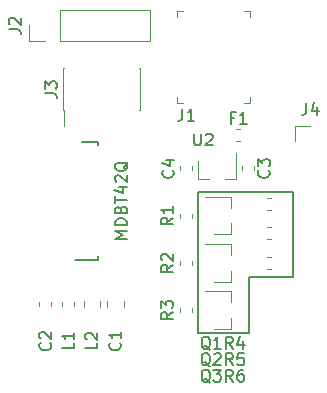
<source format=gto>
G04 #@! TF.GenerationSoftware,KiCad,Pcbnew,(5.1.2-1)-1*
G04 #@! TF.CreationDate,2019-08-31T04:18:35+09:00*
G04 #@! TF.ProjectId,Schematic,53636865-6d61-4746-9963-2e6b69636164,rev?*
G04 #@! TF.SameCoordinates,Original*
G04 #@! TF.FileFunction,Legend,Top*
G04 #@! TF.FilePolarity,Positive*
%FSLAX46Y46*%
G04 Gerber Fmt 4.6, Leading zero omitted, Abs format (unit mm)*
G04 Created by KiCad (PCBNEW (5.1.2-1)-1) date 2019-08-31 04:18:35*
%MOMM*%
%LPD*%
G04 APERTURE LIST*
%ADD10C,0.200000*%
%ADD11C,0.127000*%
%ADD12C,0.120000*%
%ADD13C,0.100000*%
%ADD14C,0.150000*%
G04 APERTURE END LIST*
D10*
X111000000Y-75500000D02*
X111400000Y-75500000D01*
X111000000Y-87400000D02*
X111000000Y-75500000D01*
X115300000Y-87400000D02*
X111000000Y-87400000D01*
X115300000Y-82700000D02*
X115300000Y-87400000D01*
X119000000Y-82700000D02*
X115300000Y-82700000D01*
X119000000Y-75500000D02*
X119000000Y-82700000D01*
X111100000Y-75500000D02*
X119000000Y-75500000D01*
D11*
X101200000Y-71250000D02*
X102500000Y-71250000D01*
X102500000Y-80950000D02*
X102500000Y-81250000D01*
X102500000Y-81250000D02*
X100600000Y-81250000D01*
X102500000Y-71250000D02*
X102500000Y-71550000D01*
D12*
X119230000Y-69900000D02*
X120500000Y-69900000D01*
X119230000Y-71170000D02*
X119230000Y-69900000D01*
X114228733Y-71210000D02*
X114571267Y-71210000D01*
X114228733Y-70190000D02*
X114571267Y-70190000D01*
D13*
X109200000Y-60150000D02*
X109200000Y-60650000D01*
X109200000Y-60150000D02*
X109700000Y-60150000D01*
X115350000Y-60150000D02*
X114900000Y-60150000D01*
X115350000Y-60150000D02*
X115350000Y-60650000D01*
X115350000Y-67950000D02*
X114850000Y-67950000D01*
X115350000Y-67950000D02*
X115350000Y-67450000D01*
X109200000Y-67950000D02*
X109700000Y-67950000D01*
X109200000Y-67950000D02*
X109200000Y-67450000D01*
D12*
X111020000Y-74360000D02*
X111020000Y-72900000D01*
X114180000Y-74360000D02*
X114180000Y-72200000D01*
X114180000Y-74360000D02*
X113250000Y-74360000D01*
X111020000Y-74360000D02*
X111950000Y-74360000D01*
X97490000Y-84828733D02*
X97490000Y-85171267D01*
X98510000Y-84828733D02*
X98510000Y-85171267D01*
X109490000Y-73328733D02*
X109490000Y-73671267D01*
X110510000Y-73328733D02*
X110510000Y-73671267D01*
X114690000Y-73328733D02*
X114690000Y-73671267D01*
X115710000Y-73328733D02*
X115710000Y-73671267D01*
X116828733Y-82010000D02*
X117171267Y-82010000D01*
X116828733Y-80990000D02*
X117171267Y-80990000D01*
X116828733Y-79510000D02*
X117171267Y-79510000D01*
X116828733Y-78490000D02*
X117171267Y-78490000D01*
X116828733Y-77010000D02*
X117171267Y-77010000D01*
X116828733Y-75990000D02*
X117171267Y-75990000D01*
X109490000Y-85328733D02*
X109490000Y-85671267D01*
X110510000Y-85328733D02*
X110510000Y-85671267D01*
X109490000Y-81328733D02*
X109490000Y-81671267D01*
X110510000Y-81328733D02*
X110510000Y-81671267D01*
X109490000Y-77328733D02*
X109490000Y-77671267D01*
X110510000Y-77328733D02*
X110510000Y-77671267D01*
X113760000Y-87080000D02*
X112300000Y-87080000D01*
X113760000Y-83920000D02*
X111600000Y-83920000D01*
X113760000Y-83920000D02*
X113760000Y-84850000D01*
X113760000Y-87080000D02*
X113760000Y-86150000D01*
X113760000Y-83080000D02*
X112300000Y-83080000D01*
X113760000Y-79920000D02*
X111600000Y-79920000D01*
X113760000Y-79920000D02*
X113760000Y-80850000D01*
X113760000Y-83080000D02*
X113760000Y-82150000D01*
X113760000Y-79080000D02*
X112300000Y-79080000D01*
X113760000Y-75920000D02*
X111600000Y-75920000D01*
X113760000Y-75920000D02*
X113760000Y-76850000D01*
X113760000Y-79080000D02*
X113760000Y-78150000D01*
X102710000Y-85261252D02*
X102710000Y-84738748D01*
X101290000Y-85261252D02*
X101290000Y-84738748D01*
X99490000Y-84828733D02*
X99490000Y-85171267D01*
X100510000Y-84828733D02*
X100510000Y-85171267D01*
X105970000Y-65035000D02*
X106035000Y-65035000D01*
X105970000Y-68565000D02*
X106035000Y-68565000D01*
X99565000Y-65035000D02*
X99630000Y-65035000D01*
X99565000Y-68565000D02*
X99630000Y-68565000D01*
X99630000Y-69890000D02*
X99630000Y-68565000D01*
X106035000Y-68565000D02*
X106035000Y-65035000D01*
X99565000Y-68565000D02*
X99565000Y-65035000D01*
X96670000Y-62730000D02*
X96670000Y-61400000D01*
X98000000Y-62730000D02*
X96670000Y-62730000D01*
X99270000Y-62730000D02*
X99270000Y-60070000D01*
X99270000Y-60070000D02*
X106950000Y-60070000D01*
X99270000Y-62730000D02*
X106950000Y-62730000D01*
X106950000Y-62730000D02*
X106950000Y-60070000D01*
X103290000Y-84738748D02*
X103290000Y-85261252D01*
X104710000Y-84738748D02*
X104710000Y-85261252D01*
D14*
X104952380Y-79440476D02*
X103952380Y-79440476D01*
X104666666Y-79107142D01*
X103952380Y-78773809D01*
X104952380Y-78773809D01*
X104952380Y-78297619D02*
X103952380Y-78297619D01*
X103952380Y-78059523D01*
X104000000Y-77916666D01*
X104095238Y-77821428D01*
X104190476Y-77773809D01*
X104380952Y-77726190D01*
X104523809Y-77726190D01*
X104714285Y-77773809D01*
X104809523Y-77821428D01*
X104904761Y-77916666D01*
X104952380Y-78059523D01*
X104952380Y-78297619D01*
X104428571Y-76964285D02*
X104476190Y-76821428D01*
X104523809Y-76773809D01*
X104619047Y-76726190D01*
X104761904Y-76726190D01*
X104857142Y-76773809D01*
X104904761Y-76821428D01*
X104952380Y-76916666D01*
X104952380Y-77297619D01*
X103952380Y-77297619D01*
X103952380Y-76964285D01*
X104000000Y-76869047D01*
X104047619Y-76821428D01*
X104142857Y-76773809D01*
X104238095Y-76773809D01*
X104333333Y-76821428D01*
X104380952Y-76869047D01*
X104428571Y-76964285D01*
X104428571Y-77297619D01*
X103952380Y-76440476D02*
X103952380Y-75869047D01*
X104952380Y-76154761D02*
X103952380Y-76154761D01*
X104285714Y-75107142D02*
X104952380Y-75107142D01*
X103904761Y-75345238D02*
X104619047Y-75583333D01*
X104619047Y-74964285D01*
X104047619Y-74630952D02*
X104000000Y-74583333D01*
X103952380Y-74488095D01*
X103952380Y-74250000D01*
X104000000Y-74154761D01*
X104047619Y-74107142D01*
X104142857Y-74059523D01*
X104238095Y-74059523D01*
X104380952Y-74107142D01*
X104952380Y-74678571D01*
X104952380Y-74059523D01*
X105047619Y-72964285D02*
X105000000Y-73059523D01*
X104904761Y-73154761D01*
X104761904Y-73297619D01*
X104714285Y-73392857D01*
X104714285Y-73488095D01*
X104952380Y-73440476D02*
X104904761Y-73535714D01*
X104809523Y-73630952D01*
X104619047Y-73678571D01*
X104285714Y-73678571D01*
X104095238Y-73630952D01*
X104000000Y-73535714D01*
X103952380Y-73440476D01*
X103952380Y-73250000D01*
X104000000Y-73154761D01*
X104095238Y-73059523D01*
X104285714Y-73011904D01*
X104619047Y-73011904D01*
X104809523Y-73059523D01*
X104904761Y-73154761D01*
X104952380Y-73250000D01*
X104952380Y-73440476D01*
X120166666Y-67952380D02*
X120166666Y-68666666D01*
X120119047Y-68809523D01*
X120023809Y-68904761D01*
X119880952Y-68952380D01*
X119785714Y-68952380D01*
X121071428Y-68285714D02*
X121071428Y-68952380D01*
X120833333Y-67904761D02*
X120595238Y-68619047D01*
X121214285Y-68619047D01*
X114066666Y-69198571D02*
X113733333Y-69198571D01*
X113733333Y-69722380D02*
X113733333Y-68722380D01*
X114209523Y-68722380D01*
X115114285Y-69722380D02*
X114542857Y-69722380D01*
X114828571Y-69722380D02*
X114828571Y-68722380D01*
X114733333Y-68865238D01*
X114638095Y-68960476D01*
X114542857Y-69008095D01*
X109666666Y-68452380D02*
X109666666Y-69166666D01*
X109619047Y-69309523D01*
X109523809Y-69404761D01*
X109380952Y-69452380D01*
X109285714Y-69452380D01*
X110666666Y-69452380D02*
X110095238Y-69452380D01*
X110380952Y-69452380D02*
X110380952Y-68452380D01*
X110285714Y-68595238D01*
X110190476Y-68690476D01*
X110095238Y-68738095D01*
X110638095Y-70552380D02*
X110638095Y-71361904D01*
X110685714Y-71457142D01*
X110733333Y-71504761D01*
X110828571Y-71552380D01*
X111019047Y-71552380D01*
X111114285Y-71504761D01*
X111161904Y-71457142D01*
X111209523Y-71361904D01*
X111209523Y-70552380D01*
X111638095Y-70647619D02*
X111685714Y-70600000D01*
X111780952Y-70552380D01*
X112019047Y-70552380D01*
X112114285Y-70600000D01*
X112161904Y-70647619D01*
X112209523Y-70742857D01*
X112209523Y-70838095D01*
X112161904Y-70980952D01*
X111590476Y-71552380D01*
X112209523Y-71552380D01*
X98457142Y-88266666D02*
X98504761Y-88314285D01*
X98552380Y-88457142D01*
X98552380Y-88552380D01*
X98504761Y-88695238D01*
X98409523Y-88790476D01*
X98314285Y-88838095D01*
X98123809Y-88885714D01*
X97980952Y-88885714D01*
X97790476Y-88838095D01*
X97695238Y-88790476D01*
X97600000Y-88695238D01*
X97552380Y-88552380D01*
X97552380Y-88457142D01*
X97600000Y-88314285D01*
X97647619Y-88266666D01*
X97647619Y-87885714D02*
X97600000Y-87838095D01*
X97552380Y-87742857D01*
X97552380Y-87504761D01*
X97600000Y-87409523D01*
X97647619Y-87361904D01*
X97742857Y-87314285D01*
X97838095Y-87314285D01*
X97980952Y-87361904D01*
X98552380Y-87933333D01*
X98552380Y-87314285D01*
X108857142Y-73666666D02*
X108904761Y-73714285D01*
X108952380Y-73857142D01*
X108952380Y-73952380D01*
X108904761Y-74095238D01*
X108809523Y-74190476D01*
X108714285Y-74238095D01*
X108523809Y-74285714D01*
X108380952Y-74285714D01*
X108190476Y-74238095D01*
X108095238Y-74190476D01*
X108000000Y-74095238D01*
X107952380Y-73952380D01*
X107952380Y-73857142D01*
X108000000Y-73714285D01*
X108047619Y-73666666D01*
X108285714Y-72809523D02*
X108952380Y-72809523D01*
X107904761Y-73047619D02*
X108619047Y-73285714D01*
X108619047Y-72666666D01*
X116957142Y-73666666D02*
X117004761Y-73714285D01*
X117052380Y-73857142D01*
X117052380Y-73952380D01*
X117004761Y-74095238D01*
X116909523Y-74190476D01*
X116814285Y-74238095D01*
X116623809Y-74285714D01*
X116480952Y-74285714D01*
X116290476Y-74238095D01*
X116195238Y-74190476D01*
X116100000Y-74095238D01*
X116052380Y-73952380D01*
X116052380Y-73857142D01*
X116100000Y-73714285D01*
X116147619Y-73666666D01*
X116052380Y-73333333D02*
X116052380Y-72714285D01*
X116433333Y-73047619D01*
X116433333Y-72904761D01*
X116480952Y-72809523D01*
X116528571Y-72761904D01*
X116623809Y-72714285D01*
X116861904Y-72714285D01*
X116957142Y-72761904D01*
X117004761Y-72809523D01*
X117052380Y-72904761D01*
X117052380Y-73190476D01*
X117004761Y-73285714D01*
X116957142Y-73333333D01*
X113933333Y-91552380D02*
X113600000Y-91076190D01*
X113361904Y-91552380D02*
X113361904Y-90552380D01*
X113742857Y-90552380D01*
X113838095Y-90600000D01*
X113885714Y-90647619D01*
X113933333Y-90742857D01*
X113933333Y-90885714D01*
X113885714Y-90980952D01*
X113838095Y-91028571D01*
X113742857Y-91076190D01*
X113361904Y-91076190D01*
X114790476Y-90552380D02*
X114600000Y-90552380D01*
X114504761Y-90600000D01*
X114457142Y-90647619D01*
X114361904Y-90790476D01*
X114314285Y-90980952D01*
X114314285Y-91361904D01*
X114361904Y-91457142D01*
X114409523Y-91504761D01*
X114504761Y-91552380D01*
X114695238Y-91552380D01*
X114790476Y-91504761D01*
X114838095Y-91457142D01*
X114885714Y-91361904D01*
X114885714Y-91123809D01*
X114838095Y-91028571D01*
X114790476Y-90980952D01*
X114695238Y-90933333D01*
X114504761Y-90933333D01*
X114409523Y-90980952D01*
X114361904Y-91028571D01*
X114314285Y-91123809D01*
X113933333Y-90152380D02*
X113600000Y-89676190D01*
X113361904Y-90152380D02*
X113361904Y-89152380D01*
X113742857Y-89152380D01*
X113838095Y-89200000D01*
X113885714Y-89247619D01*
X113933333Y-89342857D01*
X113933333Y-89485714D01*
X113885714Y-89580952D01*
X113838095Y-89628571D01*
X113742857Y-89676190D01*
X113361904Y-89676190D01*
X114838095Y-89152380D02*
X114361904Y-89152380D01*
X114314285Y-89628571D01*
X114361904Y-89580952D01*
X114457142Y-89533333D01*
X114695238Y-89533333D01*
X114790476Y-89580952D01*
X114838095Y-89628571D01*
X114885714Y-89723809D01*
X114885714Y-89961904D01*
X114838095Y-90057142D01*
X114790476Y-90104761D01*
X114695238Y-90152380D01*
X114457142Y-90152380D01*
X114361904Y-90104761D01*
X114314285Y-90057142D01*
X113933333Y-88752380D02*
X113600000Y-88276190D01*
X113361904Y-88752380D02*
X113361904Y-87752380D01*
X113742857Y-87752380D01*
X113838095Y-87800000D01*
X113885714Y-87847619D01*
X113933333Y-87942857D01*
X113933333Y-88085714D01*
X113885714Y-88180952D01*
X113838095Y-88228571D01*
X113742857Y-88276190D01*
X113361904Y-88276190D01*
X114790476Y-88085714D02*
X114790476Y-88752380D01*
X114552380Y-87704761D02*
X114314285Y-88419047D01*
X114933333Y-88419047D01*
X108852380Y-85666666D02*
X108376190Y-86000000D01*
X108852380Y-86238095D02*
X107852380Y-86238095D01*
X107852380Y-85857142D01*
X107900000Y-85761904D01*
X107947619Y-85714285D01*
X108042857Y-85666666D01*
X108185714Y-85666666D01*
X108280952Y-85714285D01*
X108328571Y-85761904D01*
X108376190Y-85857142D01*
X108376190Y-86238095D01*
X107852380Y-85333333D02*
X107852380Y-84714285D01*
X108233333Y-85047619D01*
X108233333Y-84904761D01*
X108280952Y-84809523D01*
X108328571Y-84761904D01*
X108423809Y-84714285D01*
X108661904Y-84714285D01*
X108757142Y-84761904D01*
X108804761Y-84809523D01*
X108852380Y-84904761D01*
X108852380Y-85190476D01*
X108804761Y-85285714D01*
X108757142Y-85333333D01*
X108852380Y-81666666D02*
X108376190Y-82000000D01*
X108852380Y-82238095D02*
X107852380Y-82238095D01*
X107852380Y-81857142D01*
X107900000Y-81761904D01*
X107947619Y-81714285D01*
X108042857Y-81666666D01*
X108185714Y-81666666D01*
X108280952Y-81714285D01*
X108328571Y-81761904D01*
X108376190Y-81857142D01*
X108376190Y-82238095D01*
X107947619Y-81285714D02*
X107900000Y-81238095D01*
X107852380Y-81142857D01*
X107852380Y-80904761D01*
X107900000Y-80809523D01*
X107947619Y-80761904D01*
X108042857Y-80714285D01*
X108138095Y-80714285D01*
X108280952Y-80761904D01*
X108852380Y-81333333D01*
X108852380Y-80714285D01*
X108852380Y-77666666D02*
X108376190Y-78000000D01*
X108852380Y-78238095D02*
X107852380Y-78238095D01*
X107852380Y-77857142D01*
X107900000Y-77761904D01*
X107947619Y-77714285D01*
X108042857Y-77666666D01*
X108185714Y-77666666D01*
X108280952Y-77714285D01*
X108328571Y-77761904D01*
X108376190Y-77857142D01*
X108376190Y-78238095D01*
X108852380Y-76714285D02*
X108852380Y-77285714D01*
X108852380Y-77000000D02*
X107852380Y-77000000D01*
X107995238Y-77095238D01*
X108090476Y-77190476D01*
X108138095Y-77285714D01*
X112004761Y-91647619D02*
X111909523Y-91600000D01*
X111814285Y-91504761D01*
X111671428Y-91361904D01*
X111576190Y-91314285D01*
X111480952Y-91314285D01*
X111528571Y-91552380D02*
X111433333Y-91504761D01*
X111338095Y-91409523D01*
X111290476Y-91219047D01*
X111290476Y-90885714D01*
X111338095Y-90695238D01*
X111433333Y-90600000D01*
X111528571Y-90552380D01*
X111719047Y-90552380D01*
X111814285Y-90600000D01*
X111909523Y-90695238D01*
X111957142Y-90885714D01*
X111957142Y-91219047D01*
X111909523Y-91409523D01*
X111814285Y-91504761D01*
X111719047Y-91552380D01*
X111528571Y-91552380D01*
X112290476Y-90552380D02*
X112909523Y-90552380D01*
X112576190Y-90933333D01*
X112719047Y-90933333D01*
X112814285Y-90980952D01*
X112861904Y-91028571D01*
X112909523Y-91123809D01*
X112909523Y-91361904D01*
X112861904Y-91457142D01*
X112814285Y-91504761D01*
X112719047Y-91552380D01*
X112433333Y-91552380D01*
X112338095Y-91504761D01*
X112290476Y-91457142D01*
X112004761Y-90247619D02*
X111909523Y-90200000D01*
X111814285Y-90104761D01*
X111671428Y-89961904D01*
X111576190Y-89914285D01*
X111480952Y-89914285D01*
X111528571Y-90152380D02*
X111433333Y-90104761D01*
X111338095Y-90009523D01*
X111290476Y-89819047D01*
X111290476Y-89485714D01*
X111338095Y-89295238D01*
X111433333Y-89200000D01*
X111528571Y-89152380D01*
X111719047Y-89152380D01*
X111814285Y-89200000D01*
X111909523Y-89295238D01*
X111957142Y-89485714D01*
X111957142Y-89819047D01*
X111909523Y-90009523D01*
X111814285Y-90104761D01*
X111719047Y-90152380D01*
X111528571Y-90152380D01*
X112338095Y-89247619D02*
X112385714Y-89200000D01*
X112480952Y-89152380D01*
X112719047Y-89152380D01*
X112814285Y-89200000D01*
X112861904Y-89247619D01*
X112909523Y-89342857D01*
X112909523Y-89438095D01*
X112861904Y-89580952D01*
X112290476Y-90152380D01*
X112909523Y-90152380D01*
X112004761Y-88847619D02*
X111909523Y-88800000D01*
X111814285Y-88704761D01*
X111671428Y-88561904D01*
X111576190Y-88514285D01*
X111480952Y-88514285D01*
X111528571Y-88752380D02*
X111433333Y-88704761D01*
X111338095Y-88609523D01*
X111290476Y-88419047D01*
X111290476Y-88085714D01*
X111338095Y-87895238D01*
X111433333Y-87800000D01*
X111528571Y-87752380D01*
X111719047Y-87752380D01*
X111814285Y-87800000D01*
X111909523Y-87895238D01*
X111957142Y-88085714D01*
X111957142Y-88419047D01*
X111909523Y-88609523D01*
X111814285Y-88704761D01*
X111719047Y-88752380D01*
X111528571Y-88752380D01*
X112909523Y-88752380D02*
X112338095Y-88752380D01*
X112623809Y-88752380D02*
X112623809Y-87752380D01*
X112528571Y-87895238D01*
X112433333Y-87990476D01*
X112338095Y-88038095D01*
X102452380Y-88266666D02*
X102452380Y-88742857D01*
X101452380Y-88742857D01*
X101547619Y-87980952D02*
X101500000Y-87933333D01*
X101452380Y-87838095D01*
X101452380Y-87600000D01*
X101500000Y-87504761D01*
X101547619Y-87457142D01*
X101642857Y-87409523D01*
X101738095Y-87409523D01*
X101880952Y-87457142D01*
X102452380Y-88028571D01*
X102452380Y-87409523D01*
X100452380Y-88266666D02*
X100452380Y-88742857D01*
X99452380Y-88742857D01*
X100452380Y-87409523D02*
X100452380Y-87980952D01*
X100452380Y-87695238D02*
X99452380Y-87695238D01*
X99595238Y-87790476D01*
X99690476Y-87885714D01*
X99738095Y-87980952D01*
X98017380Y-67133333D02*
X98731666Y-67133333D01*
X98874523Y-67180952D01*
X98969761Y-67276190D01*
X99017380Y-67419047D01*
X99017380Y-67514285D01*
X98017380Y-66752380D02*
X98017380Y-66133333D01*
X98398333Y-66466666D01*
X98398333Y-66323809D01*
X98445952Y-66228571D01*
X98493571Y-66180952D01*
X98588809Y-66133333D01*
X98826904Y-66133333D01*
X98922142Y-66180952D01*
X98969761Y-66228571D01*
X99017380Y-66323809D01*
X99017380Y-66609523D01*
X98969761Y-66704761D01*
X98922142Y-66752380D01*
X94952380Y-61733333D02*
X95666666Y-61733333D01*
X95809523Y-61780952D01*
X95904761Y-61876190D01*
X95952380Y-62019047D01*
X95952380Y-62114285D01*
X95047619Y-61304761D02*
X95000000Y-61257142D01*
X94952380Y-61161904D01*
X94952380Y-60923809D01*
X95000000Y-60828571D01*
X95047619Y-60780952D01*
X95142857Y-60733333D01*
X95238095Y-60733333D01*
X95380952Y-60780952D01*
X95952380Y-61352380D01*
X95952380Y-60733333D01*
X104357142Y-88266666D02*
X104404761Y-88314285D01*
X104452380Y-88457142D01*
X104452380Y-88552380D01*
X104404761Y-88695238D01*
X104309523Y-88790476D01*
X104214285Y-88838095D01*
X104023809Y-88885714D01*
X103880952Y-88885714D01*
X103690476Y-88838095D01*
X103595238Y-88790476D01*
X103500000Y-88695238D01*
X103452380Y-88552380D01*
X103452380Y-88457142D01*
X103500000Y-88314285D01*
X103547619Y-88266666D01*
X104452380Y-87314285D02*
X104452380Y-87885714D01*
X104452380Y-87600000D02*
X103452380Y-87600000D01*
X103595238Y-87695238D01*
X103690476Y-87790476D01*
X103738095Y-87885714D01*
M02*

</source>
